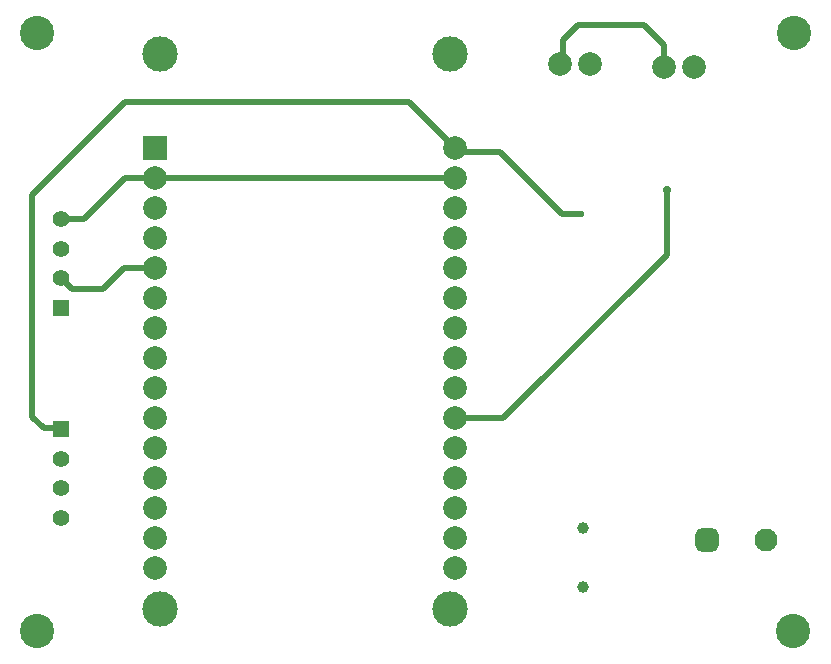
<source format=gbl>
G04*
G04 #@! TF.GenerationSoftware,Altium Limited,Altium Designer,24.0.1 (36)*
G04*
G04 Layer_Physical_Order=2*
G04 Layer_Color=16711680*
%FSLAX44Y44*%
%MOMM*%
G71*
G04*
G04 #@! TF.SameCoordinates,FD3C0853-ED46-42AC-B4CA-2F3423561DDA*
G04*
G04*
G04 #@! TF.FilePolarity,Positive*
G04*
G01*
G75*
%ADD35C,1.4000*%
%ADD36R,1.4000X1.4000*%
%ADD43C,2.0000*%
%ADD47C,0.5000*%
%ADD49C,1.0000*%
G04:AMPARAMS|DCode=50|XSize=1.95mm|YSize=1.95mm|CornerRadius=0.4875mm|HoleSize=0mm|Usage=FLASHONLY|Rotation=0.000|XOffset=0mm|YOffset=0mm|HoleType=Round|Shape=RoundedRectangle|*
%AMROUNDEDRECTD50*
21,1,1.9500,0.9750,0,0,0.0*
21,1,0.9750,1.9500,0,0,0.0*
1,1,0.9750,0.4875,-0.4875*
1,1,0.9750,-0.4875,-0.4875*
1,1,0.9750,-0.4875,0.4875*
1,1,0.9750,0.4875,0.4875*
%
%ADD50ROUNDEDRECTD50*%
%ADD51C,1.9500*%
%ADD52C,3.0000*%
%ADD53R,2.0000X2.0000*%
%ADD54C,2.9000*%
%ADD55C,0.6000*%
%ADD56C,0.7112*%
D35*
X405580Y955710D02*
D03*
Y930710D02*
D03*
Y905710D02*
D03*
Y703110D02*
D03*
Y728110D02*
D03*
Y753110D02*
D03*
D36*
Y880710D02*
D03*
Y778110D02*
D03*
D43*
X739140Y660400D02*
D03*
Y685800D02*
D03*
Y711200D02*
D03*
Y736600D02*
D03*
Y762000D02*
D03*
Y787400D02*
D03*
Y812800D02*
D03*
Y838200D02*
D03*
Y863600D02*
D03*
Y889000D02*
D03*
Y914400D02*
D03*
Y939800D02*
D03*
Y965200D02*
D03*
Y990600D02*
D03*
Y1016000D02*
D03*
X485140Y660400D02*
D03*
Y685800D02*
D03*
Y711200D02*
D03*
Y736600D02*
D03*
Y762000D02*
D03*
Y787400D02*
D03*
Y812800D02*
D03*
Y838200D02*
D03*
Y863600D02*
D03*
Y889000D02*
D03*
Y914400D02*
D03*
Y939800D02*
D03*
Y965200D02*
D03*
Y990600D02*
D03*
X941070Y1084580D02*
D03*
X915670D02*
D03*
X853440Y1087120D02*
D03*
X828040D02*
D03*
D47*
X899160Y1120140D02*
X915670Y1103630D01*
X843280Y1120140D02*
X899160D01*
X830213Y1107073D02*
X843280Y1120140D01*
X830213Y1089293D02*
Y1107073D01*
X915670Y1084580D02*
Y1103630D01*
X459740Y1055370D02*
X699770D01*
X381000Y788670D02*
Y976630D01*
X459740Y1055370D01*
X699770D02*
X736473Y1018667D01*
X381000Y788670D02*
X390990Y778680D01*
X828040Y1087120D02*
X830213Y1089293D01*
X829310Y960120D02*
X845820D01*
X776683Y1012747D02*
X829310Y960120D01*
X742393Y1012747D02*
X776683D01*
X736473Y1018667D02*
X742393Y1012747D01*
X390990Y778680D02*
X405010D01*
X458470Y914400D02*
X485140D01*
X414670Y896620D02*
X440690D01*
X458470Y914400D01*
X405580Y905710D02*
X414670Y896620D01*
X405580Y955710D02*
X424850D01*
X459740Y990600D02*
X485140D01*
X424850Y955710D02*
X459740Y990600D01*
X405010Y778680D02*
X405580Y778110D01*
X739140Y787400D02*
X779780D01*
X918210Y925830D02*
Y980440D01*
X779780Y787400D02*
X918210Y925830D01*
X485140Y990600D02*
X739140D01*
D49*
X846910Y694210D02*
D03*
Y644210D02*
D03*
D50*
X952500Y684530D02*
D03*
D51*
X1002500D02*
D03*
D52*
X489340Y1095600D02*
D03*
X734440D02*
D03*
Y626100D02*
D03*
X489340D02*
D03*
D53*
X485140Y1016000D02*
D03*
D54*
X384810Y1113790D02*
D03*
Y607060D02*
D03*
X1024890D02*
D03*
X1026160Y1113790D02*
D03*
D55*
X845820Y960120D02*
D03*
D56*
X918210Y980440D02*
D03*
M02*

</source>
